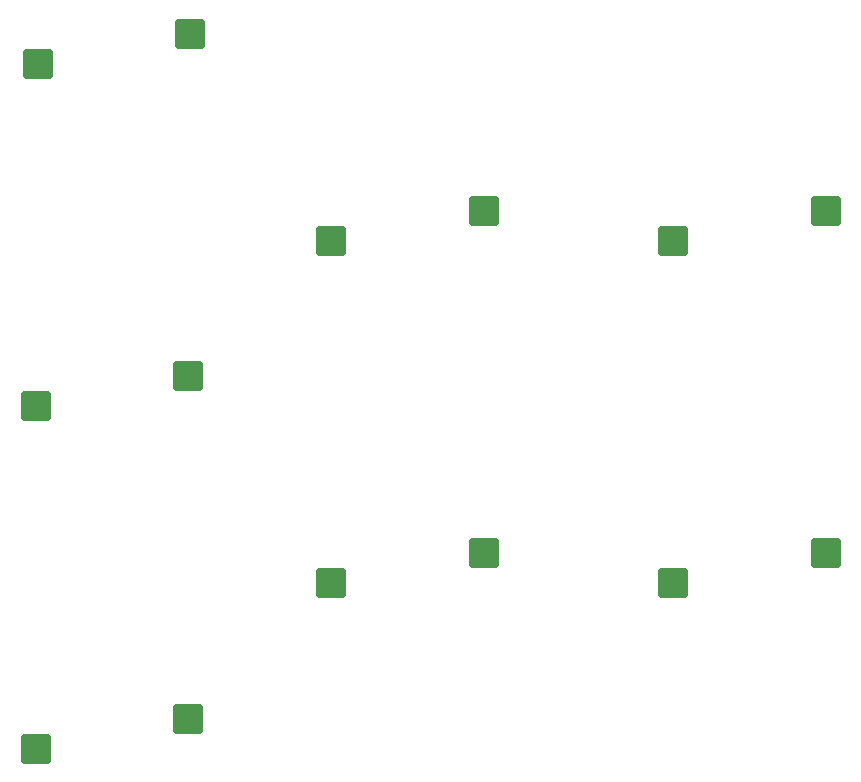
<source format=gbr>
%TF.GenerationSoftware,KiCad,Pcbnew,8.0.4*%
%TF.CreationDate,2024-07-29T15:22:08-07:00*%
%TF.ProjectId,3board_b,33626f61-7264-45f6-922e-6b696361645f,rev?*%
%TF.SameCoordinates,Original*%
%TF.FileFunction,Paste,Bot*%
%TF.FilePolarity,Positive*%
%FSLAX46Y46*%
G04 Gerber Fmt 4.6, Leading zero omitted, Abs format (unit mm)*
G04 Created by KiCad (PCBNEW 8.0.4) date 2024-07-29 15:22:08*
%MOMM*%
%LPD*%
G01*
G04 APERTURE LIST*
G04 Aperture macros list*
%AMRoundRect*
0 Rectangle with rounded corners*
0 $1 Rounding radius*
0 $2 $3 $4 $5 $6 $7 $8 $9 X,Y pos of 4 corners*
0 Add a 4 corners polygon primitive as box body*
4,1,4,$2,$3,$4,$5,$6,$7,$8,$9,$2,$3,0*
0 Add four circle primitives for the rounded corners*
1,1,$1+$1,$2,$3*
1,1,$1+$1,$4,$5*
1,1,$1+$1,$6,$7*
1,1,$1+$1,$8,$9*
0 Add four rect primitives between the rounded corners*
20,1,$1+$1,$2,$3,$4,$5,0*
20,1,$1+$1,$4,$5,$6,$7,0*
20,1,$1+$1,$6,$7,$8,$9,0*
20,1,$1+$1,$8,$9,$2,$3,0*%
G04 Aperture macros list end*
%ADD10RoundRect,0.250000X-1.025000X-1.000000X1.025000X-1.000000X1.025000X1.000000X-1.025000X1.000000X0*%
G04 APERTURE END LIST*
D10*
%TO.C,SW4_LP*%
X110083943Y-66460000D03*
X123010943Y-63920000D03*
%TD*%
%TO.C,SW9_HK*%
X164083943Y-81460000D03*
X177010943Y-78920000D03*
%TD*%
%TO.C,SW3_MK*%
X135083943Y-81460000D03*
X148010943Y-78920000D03*
%TD*%
%TO.C,SW2_LK*%
X110083943Y-95460000D03*
X123010943Y-92920000D03*
%TD*%
%TO.C,SW5_MP*%
X135083943Y-52460000D03*
X148010943Y-49920000D03*
%TD*%
%TO.C,SW6_DI*%
X110264257Y-37460561D03*
X123191257Y-34920561D03*
%TD*%
%TO.C,SW7_HP*%
X164083943Y-52460000D03*
X177010943Y-49920000D03*
%TD*%
M02*

</source>
